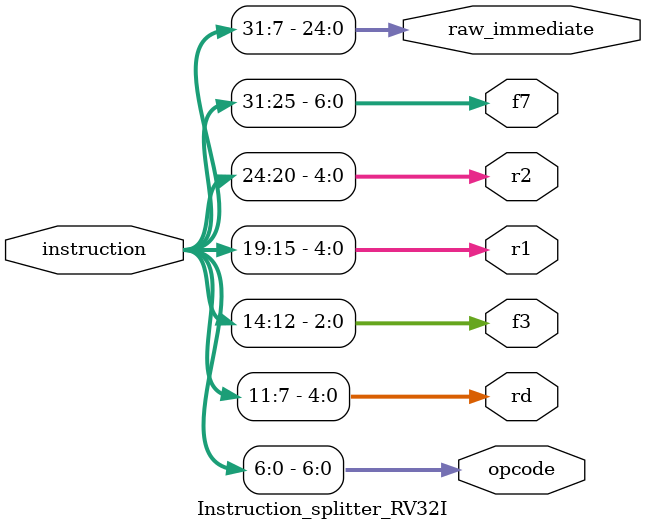
<source format=sv>
module Instruction_splitter_RV32I
(
	input logic [31:0] instruction,
	
	output logic [6:0] opcode,
	output logic [4:0] rd,
	output logic [2:0] f3,
	output logic [4:0] r1,
	output logic [4:0] r2,
	output logic [6:0] f7,
	output logic [24:0] raw_immediate
);
	assign opcode			=	instruction[6:0];
	assign rd				=	instruction[11:7];
	assign f3				=	instruction[14:12];
	assign r1				=	instruction[19:15];
	assign r2				=	instruction[24:20];
	assign f7				=	instruction[31:25];
	assign raw_immediate =	instruction[31:7];

endmodule
</source>
